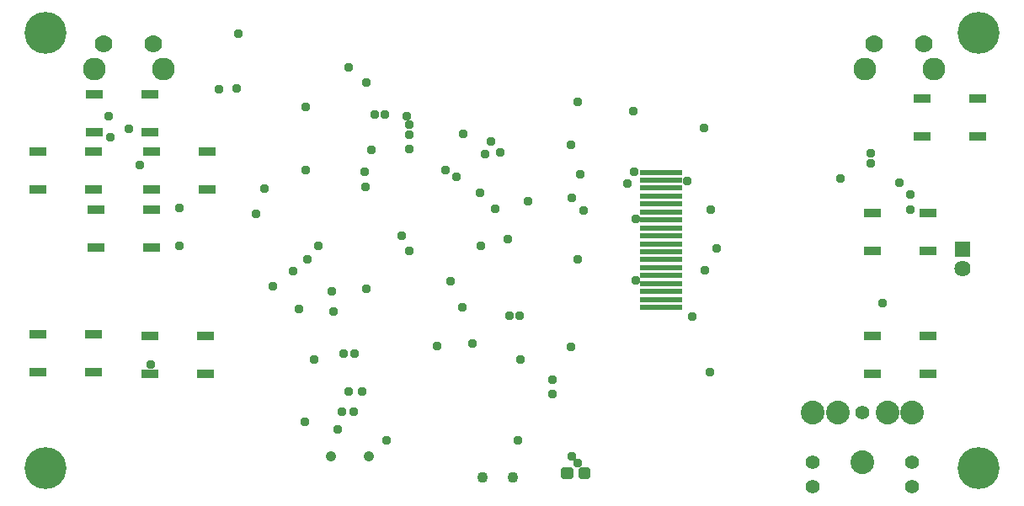
<source format=gbr>
G04 EAGLE Gerber RS-274X export*
G75*
%MOMM*%
%FSLAX34Y34*%
%LPD*%
%INSoldermask Top*%
%IPPOS*%
%AMOC8*
5,1,8,0,0,1.08239X$1,22.5*%
G01*
%ADD10C,1.103200*%
%ADD11R,4.203200X0.603200*%
%ADD12R,1.727200X0.965200*%
%ADD13C,4.219200*%
%ADD14C,2.387600*%
%ADD15C,1.403200*%
%ADD16C,2.286000*%
%ADD17C,1.778000*%
%ADD18C,0.505344*%
%ADD19C,1.053200*%
%ADD20R,1.625600X1.625600*%
%ADD21C,1.625600*%
%ADD22C,0.959600*%


D10*
X470140Y21590D03*
X500140Y21590D03*
D11*
X649620Y256350D03*
X649620Y264350D03*
X649620Y248350D03*
X649620Y240350D03*
X649620Y232350D03*
X649620Y224350D03*
X649620Y216350D03*
X649620Y208350D03*
X649620Y272350D03*
X649620Y280350D03*
X649620Y288350D03*
X649620Y296350D03*
X649620Y304350D03*
X649620Y312350D03*
X649620Y200350D03*
X649620Y192350D03*
X649620Y320350D03*
X649620Y328350D03*
D12*
X135890Y368300D03*
X80010Y368300D03*
X135890Y406400D03*
X80010Y406400D03*
X81280Y290830D03*
X137160Y290830D03*
X81280Y252730D03*
X137160Y252730D03*
X78740Y311150D03*
X22860Y311150D03*
X78740Y349250D03*
X22860Y349250D03*
X137160Y349250D03*
X193040Y349250D03*
X137160Y311150D03*
X193040Y311150D03*
X135890Y163830D03*
X191770Y163830D03*
X135890Y125730D03*
X191770Y125730D03*
X22860Y165100D03*
X78740Y165100D03*
X22860Y127000D03*
X78740Y127000D03*
X918210Y248920D03*
X862330Y248920D03*
X918210Y287020D03*
X862330Y287020D03*
X967740Y364490D03*
X911860Y364490D03*
X967740Y402590D03*
X911860Y402590D03*
X862330Y163830D03*
X918210Y163830D03*
X862330Y125730D03*
X918210Y125730D03*
D13*
X30480Y30480D03*
X30480Y468630D03*
X969010Y468630D03*
X969010Y30480D03*
D14*
X852170Y36830D03*
X877170Y86830D03*
X902170Y86830D03*
X827170Y86830D03*
X802170Y86830D03*
D15*
X902170Y36830D03*
X902170Y11830D03*
X802170Y11830D03*
X802170Y36830D03*
X852170Y86830D03*
D16*
X79300Y432200D03*
D17*
X139300Y457200D03*
X89300Y457200D03*
D16*
X149300Y432200D03*
X854000Y432200D03*
D17*
X914000Y457200D03*
X864000Y457200D03*
D16*
X924000Y432200D03*
D18*
X558600Y28890D02*
X558600Y21910D01*
X551620Y21910D01*
X551620Y28890D01*
X558600Y28890D01*
X558600Y26710D02*
X551620Y26710D01*
X576140Y28890D02*
X576140Y21910D01*
X569160Y21910D01*
X569160Y28890D01*
X576140Y28890D01*
X576140Y26710D02*
X569160Y26710D01*
D19*
X355550Y42320D03*
X317550Y42320D03*
D20*
X952500Y251300D03*
D21*
X952500Y231300D03*
D22*
X320548Y187960D03*
X293624Y240792D03*
X396240Y365760D03*
X396240Y351536D03*
X699516Y291084D03*
X565404Y399034D03*
X621792Y389636D03*
X705612Y251460D03*
X450850Y366776D03*
X341376Y146304D03*
X396240Y248920D03*
X467360Y307340D03*
X692912Y372872D03*
X693420Y229870D03*
X165100Y292100D03*
X259080Y213360D03*
X318770Y208280D03*
X292100Y393700D03*
X508000Y139700D03*
X558800Y355600D03*
X889000Y317500D03*
X698500Y127000D03*
X872490Y196850D03*
X125730Y335280D03*
X438150Y218440D03*
X165100Y254000D03*
X292100Y330200D03*
X558800Y152400D03*
X353060Y210820D03*
X472694Y346202D03*
X352552Y313182D03*
X136144Y135128D03*
X304800Y254000D03*
X279400Y228600D03*
X285496Y191008D03*
X330200Y146304D03*
X443992Y323850D03*
X623824Y219456D03*
X506984Y183896D03*
X300736Y140208D03*
X432816Y330454D03*
X496824Y183896D03*
X358648Y350520D03*
X394208Y385064D03*
X572008Y289560D03*
X860552Y337312D03*
X622808Y329184D03*
X423926Y153416D03*
X460248Y156464D03*
X495300Y261112D03*
X482600Y291846D03*
X487680Y348488D03*
X396240Y375920D03*
X860552Y347472D03*
X615696Y316992D03*
X623824Y281432D03*
X340360Y87630D03*
X349250Y107950D03*
X335280Y107442D03*
X328930Y87122D03*
X324358Y69342D03*
X373888Y58928D03*
X450088Y192278D03*
X242316Y286512D03*
X205232Y411480D03*
X222504Y412496D03*
X335280Y433832D03*
X353568Y418592D03*
X250698Y312166D03*
X361696Y386080D03*
X371856Y386080D03*
X675640Y319786D03*
X830072Y322072D03*
X389128Y264160D03*
X900176Y305816D03*
X900176Y290576D03*
X224282Y467614D03*
X478536Y359664D03*
X351536Y329184D03*
X560070Y302768D03*
X568198Y326390D03*
X468376Y254000D03*
X680720Y182880D03*
X516128Y299212D03*
X565912Y240792D03*
X540512Y105664D03*
X540512Y119888D03*
X565912Y35560D03*
X94488Y385064D03*
X95504Y363728D03*
X114808Y371856D03*
X505714Y58674D03*
X559816Y42672D03*
X291338Y77470D03*
M02*

</source>
